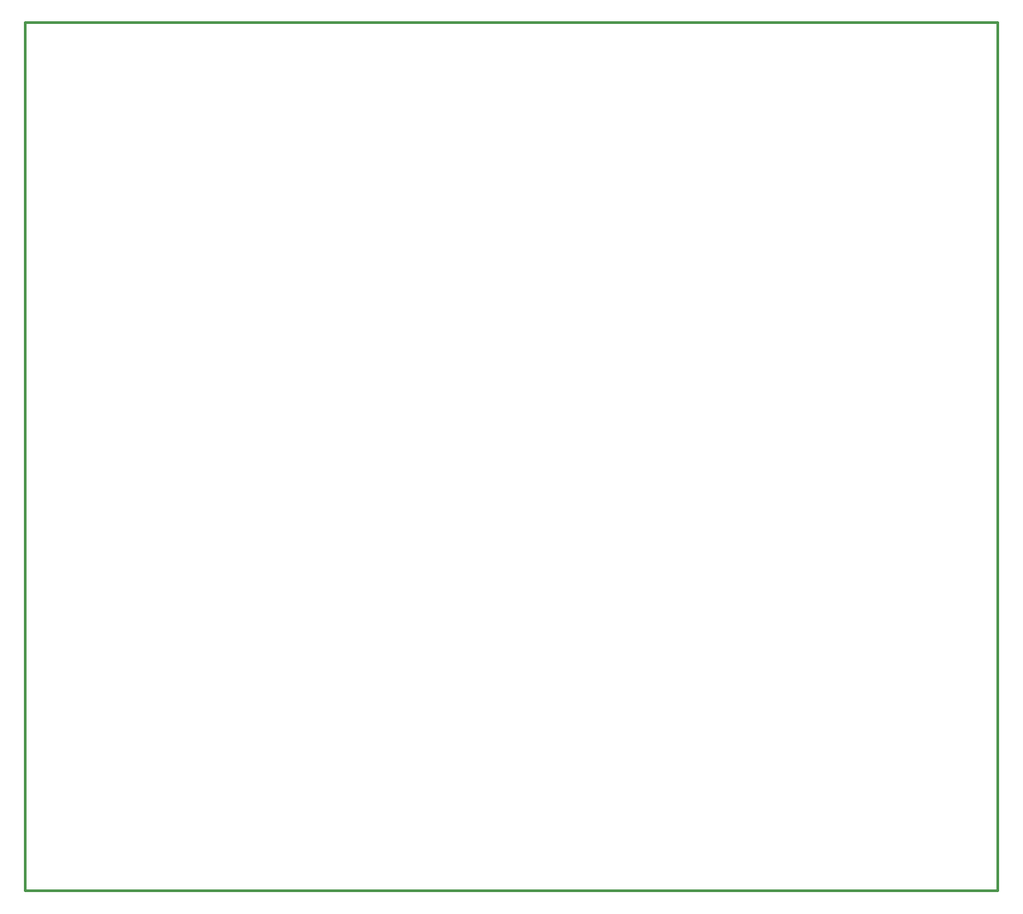
<source format=gko>
G04 Layer: BoardOutlineLayer*
G04 EasyEDA v6.5.5, 2022-06-05 13:50:50*
G04 bb107c5f8ef14f278ad1c4d5784ba212,a4ea12fd96744f7d9b8618c9b4952ea7,10*
G04 Gerber Generator version 0.2*
G04 Scale: 100 percent, Rotated: No, Reflected: No *
G04 Dimensions in millimeters *
G04 leading zeros omitted , absolute positions ,4 integer and 5 decimal *
%FSLAX45Y45*%
%MOMM*%

%ADD10C,0.3000*%
D10*
X204701Y11271199D02*
G01*
X12604699Y11271199D01*
X12604699Y203200D01*
X204701Y203200D01*
X204701Y11271199D01*

%LPD*%
M02*

</source>
